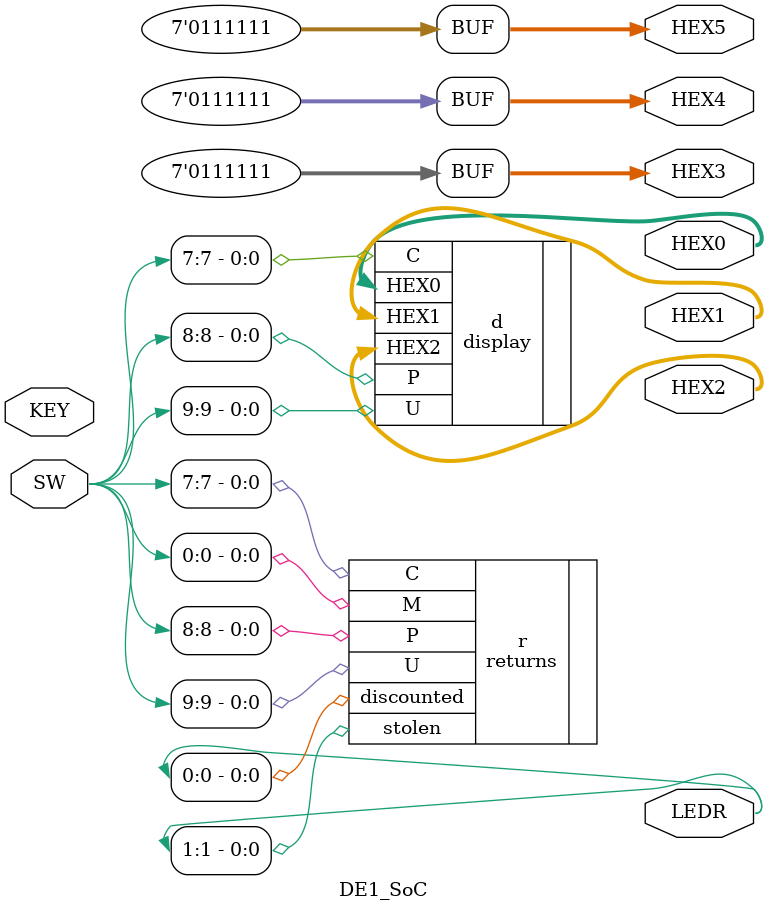
<source format=sv>
module DE1_SoC (HEX0, HEX1, HEX2, HEX3, HEX4, HEX5, KEY, LEDR, SW);
	output logic [6:0] HEX0, HEX1, HEX2, HEX3, HEX4, HEX5;
	output logic [9:0] LEDR;
	input logic [3:0] KEY;
	input logic [9:0] SW;
	
	// Nordstrom's returns
	returns r(.discounted(LEDR[0]), .stolen(LEDR[1]), .U(SW[9]), .P(SW[8]), .C(SW[7]), .M(SW[0]));
	
	// Fred's House of Useful Stuff returns
	display d(.HEX2, .HEX1, .HEX0, .U(SW[9]), .P(SW[8]), .C(SW[7]));
	
	// unused HEX lights
	assign HEX3 = 7'b0111111;
	assign HEX4 = 7'b0111111;
	assign HEX5 = 7'b0111111;
endmodule

</source>
